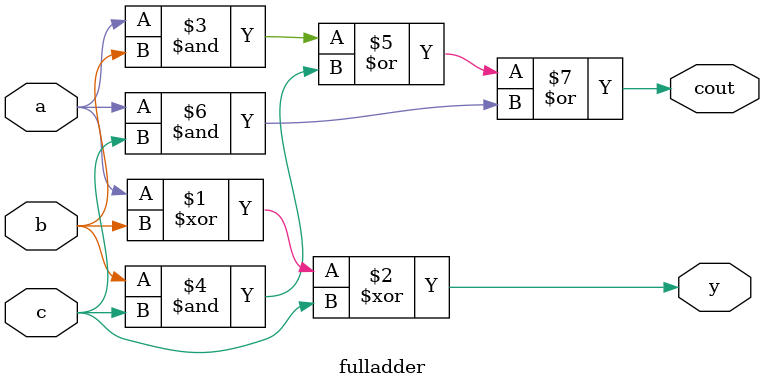
<source format=v>
module fulladder(a,b,c,y,cout);
input a,b,c;
output y,cout;
assign y=a^b^c;
assign cout= a&b|b&c|a&c;
endmodule

</source>
